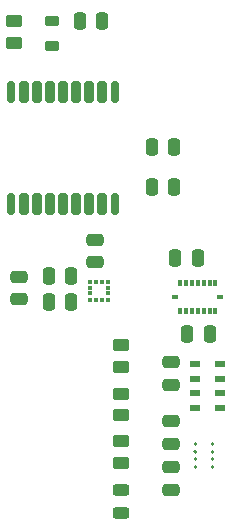
<source format=gbr>
%TF.GenerationSoftware,KiCad,Pcbnew,8.0.3*%
%TF.CreationDate,2024-09-04T20:20:35-04:00*%
%TF.ProjectId,SensorBoardNoMCU,53656e73-6f72-4426-9f61-72644e6f4d43,rev?*%
%TF.SameCoordinates,Original*%
%TF.FileFunction,Paste,Top*%
%TF.FilePolarity,Positive*%
%FSLAX46Y46*%
G04 Gerber Fmt 4.6, Leading zero omitted, Abs format (unit mm)*
G04 Created by KiCad (PCBNEW 8.0.3) date 2024-09-04 20:20:35*
%MOMM*%
%LPD*%
G01*
G04 APERTURE LIST*
G04 Aperture macros list*
%AMRoundRect*
0 Rectangle with rounded corners*
0 $1 Rounding radius*
0 $2 $3 $4 $5 $6 $7 $8 $9 X,Y pos of 4 corners*
0 Add a 4 corners polygon primitive as box body*
4,1,4,$2,$3,$4,$5,$6,$7,$8,$9,$2,$3,0*
0 Add four circle primitives for the rounded corners*
1,1,$1+$1,$2,$3*
1,1,$1+$1,$4,$5*
1,1,$1+$1,$6,$7*
1,1,$1+$1,$8,$9*
0 Add four rect primitives between the rounded corners*
20,1,$1+$1,$2,$3,$4,$5,0*
20,1,$1+$1,$4,$5,$6,$7,0*
20,1,$1+$1,$6,$7,$8,$9,0*
20,1,$1+$1,$8,$9,$2,$3,0*%
G04 Aperture macros list end*
%ADD10C,0.175000*%
%ADD11RoundRect,0.250000X-0.250000X-0.475000X0.250000X-0.475000X0.250000X0.475000X-0.250000X0.475000X0*%
%ADD12RoundRect,0.243750X0.456250X-0.243750X0.456250X0.243750X-0.456250X0.243750X-0.456250X-0.243750X0*%
%ADD13R,0.350000X0.590000*%
%ADD14R,0.590000X0.350000*%
%ADD15RoundRect,0.250000X-0.475000X0.250000X-0.475000X-0.250000X0.475000X-0.250000X0.475000X0.250000X0*%
%ADD16RoundRect,0.250000X0.475000X-0.250000X0.475000X0.250000X-0.475000X0.250000X-0.475000X-0.250000X0*%
%ADD17RoundRect,0.218750X-0.381250X0.218750X-0.381250X-0.218750X0.381250X-0.218750X0.381250X0.218750X0*%
%ADD18RoundRect,0.250000X0.450000X-0.262500X0.450000X0.262500X-0.450000X0.262500X-0.450000X-0.262500X0*%
%ADD19RoundRect,0.250000X0.250000X0.475000X-0.250000X0.475000X-0.250000X-0.475000X0.250000X-0.475000X0*%
%ADD20R,0.950000X0.550000*%
%ADD21RoundRect,0.175000X0.175000X-0.725000X0.175000X0.725000X-0.175000X0.725000X-0.175000X-0.725000X0*%
%ADD22RoundRect,0.200000X0.200000X-0.700000X0.200000X0.700000X-0.200000X0.700000X-0.200000X-0.700000X0*%
%ADD23R,0.350000X0.375000*%
%ADD24R,0.375000X0.350000*%
G04 APERTURE END LIST*
D10*
%TO.C,U5*%
X106412500Y-89525000D02*
G75*
G02*
X106237500Y-89525000I-87500J0D01*
G01*
X106237500Y-89525000D02*
G75*
G02*
X106412500Y-89525000I87500J0D01*
G01*
X106412500Y-90175000D02*
G75*
G02*
X106237500Y-90175000I-87500J0D01*
G01*
X106237500Y-90175000D02*
G75*
G02*
X106412500Y-90175000I87500J0D01*
G01*
X106412500Y-90825000D02*
G75*
G02*
X106237500Y-90825000I-87500J0D01*
G01*
X106237500Y-90825000D02*
G75*
G02*
X106412500Y-90825000I87500J0D01*
G01*
X106412500Y-91475000D02*
G75*
G02*
X106237500Y-91475000I-87500J0D01*
G01*
X106237500Y-91475000D02*
G75*
G02*
X106412500Y-91475000I87500J0D01*
G01*
X107862500Y-89525000D02*
G75*
G02*
X107687500Y-89525000I-87500J0D01*
G01*
X107687500Y-89525000D02*
G75*
G02*
X107862500Y-89525000I87500J0D01*
G01*
X107862500Y-90175000D02*
G75*
G02*
X107687500Y-90175000I-87500J0D01*
G01*
X107687500Y-90175000D02*
G75*
G02*
X107862500Y-90175000I87500J0D01*
G01*
X107862500Y-90825000D02*
G75*
G02*
X107687500Y-90825000I-87500J0D01*
G01*
X107687500Y-90825000D02*
G75*
G02*
X107862500Y-90825000I87500J0D01*
G01*
X107862500Y-91475000D02*
G75*
G02*
X107687500Y-91475000I-87500J0D01*
G01*
X107687500Y-91475000D02*
G75*
G02*
X107862500Y-91475000I87500J0D01*
G01*
%TD*%
D11*
%TO.C,C3*%
X105625000Y-80250000D03*
X107525000Y-80250000D03*
%TD*%
D12*
%TO.C,D1*%
X100000000Y-95337500D03*
X100000000Y-93462500D03*
%TD*%
D13*
%TO.C,U1*%
X105025000Y-75920000D03*
X105525000Y-75920000D03*
X106025000Y-75920000D03*
X106525000Y-75920000D03*
X107025000Y-75920000D03*
X107525000Y-75920000D03*
X108025000Y-75920000D03*
D14*
X108440000Y-77085000D03*
D13*
X108025000Y-78250000D03*
X107525000Y-78250000D03*
X107025000Y-78250000D03*
X106525000Y-78250000D03*
X106025000Y-78250000D03*
X105525000Y-78250000D03*
X105025000Y-78250000D03*
D14*
X104610000Y-77085000D03*
%TD*%
D15*
%TO.C,C10*%
X104275000Y-82600000D03*
X104275000Y-84500000D03*
%TD*%
D16*
%TO.C,C9*%
X97800000Y-74150000D03*
X97800000Y-72250000D03*
%TD*%
D17*
%TO.C,L1*%
X94200000Y-53737500D03*
X94200000Y-55862500D03*
%TD*%
D11*
%TO.C,C8*%
X96550000Y-53737500D03*
X98450000Y-53737500D03*
%TD*%
D18*
%TO.C,R2*%
X100000000Y-83000000D03*
X100000000Y-81175000D03*
%TD*%
D19*
%TO.C,C6*%
X95800000Y-77525000D03*
X93900000Y-77525000D03*
%TD*%
D18*
%TO.C,R3*%
X100000000Y-87112500D03*
X100000000Y-85287500D03*
%TD*%
D11*
%TO.C,C2*%
X102650000Y-67800000D03*
X104550000Y-67800000D03*
%TD*%
D20*
%TO.C,U4*%
X106275000Y-82750000D03*
X106275000Y-84000000D03*
X106275000Y-85250000D03*
X106275000Y-86500000D03*
X108425000Y-86500000D03*
X108425000Y-85250000D03*
X108425000Y-84000000D03*
X108425000Y-82750000D03*
%TD*%
D15*
%TO.C,C12*%
X104275000Y-87600000D03*
X104275000Y-89500000D03*
%TD*%
D19*
%TO.C,C4*%
X106525000Y-73750000D03*
X104625000Y-73750000D03*
%TD*%
D18*
%TO.C,R4*%
X100000000Y-91112500D03*
X100000000Y-89287500D03*
%TD*%
D19*
%TO.C,C5*%
X95800000Y-75275000D03*
X93900000Y-75275000D03*
%TD*%
D21*
%TO.C,U3*%
X90700000Y-69200000D03*
D22*
X91800000Y-69200000D03*
X92900000Y-69200000D03*
X94000000Y-69200000D03*
X95100000Y-69200000D03*
X96200000Y-69200000D03*
X97300000Y-69200000D03*
X98400000Y-69200000D03*
D21*
X99500000Y-69200000D03*
X99500000Y-59700000D03*
D22*
X98400000Y-59700000D03*
X97300000Y-59700000D03*
X96200000Y-59700000D03*
X95100000Y-59700000D03*
X94000000Y-59700000D03*
X92900000Y-59700000D03*
X91800000Y-59700000D03*
D21*
X90700000Y-59700000D03*
%TD*%
D15*
%TO.C,C7*%
X91350000Y-75375000D03*
X91350000Y-77275000D03*
%TD*%
D18*
%TO.C,R1*%
X90950000Y-55562500D03*
X90950000Y-53737500D03*
%TD*%
D15*
%TO.C,C11*%
X104275000Y-91500000D03*
X104275000Y-93400000D03*
%TD*%
D23*
%TO.C,U2*%
X98925000Y-75775000D03*
X98425000Y-75775000D03*
X97925000Y-75775000D03*
X97425000Y-75775000D03*
D24*
X97412500Y-76287500D03*
X97412500Y-76787500D03*
D23*
X97425000Y-77300000D03*
X97925000Y-77300000D03*
X98425000Y-77300000D03*
X98925000Y-77300000D03*
D24*
X98937500Y-76787500D03*
X98937500Y-76287500D03*
%TD*%
D11*
%TO.C,C1*%
X102650000Y-64400000D03*
X104550000Y-64400000D03*
%TD*%
M02*

</source>
